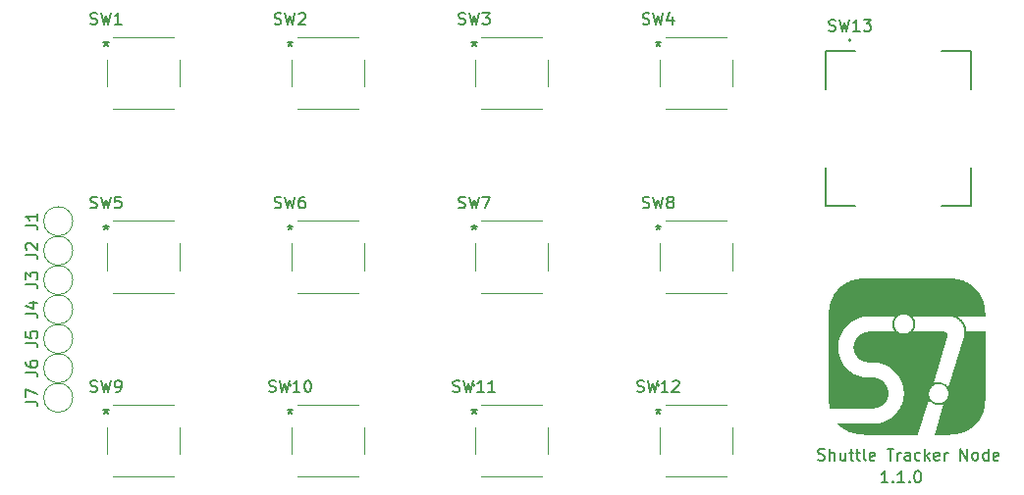
<source format=gbr>
%TF.GenerationSoftware,KiCad,Pcbnew,(6.0.10-0)*%
%TF.CreationDate,2023-03-25T14:15:02-04:00*%
%TF.ProjectId,Shuttle Tracker Node,53687574-746c-4652-9054-7261636b6572,rev?*%
%TF.SameCoordinates,Original*%
%TF.FileFunction,Legend,Top*%
%TF.FilePolarity,Positive*%
%FSLAX46Y46*%
G04 Gerber Fmt 4.6, Leading zero omitted, Abs format (unit mm)*
G04 Created by KiCad (PCBNEW (6.0.10-0)) date 2023-03-25 14:15:02*
%MOMM*%
%LPD*%
G01*
G04 APERTURE LIST*
%ADD10C,0.000000*%
%ADD11C,0.150000*%
%ADD12C,0.120000*%
%ADD13C,0.127000*%
%ADD14C,0.200000*%
G04 APERTURE END LIST*
D10*
G36*
X208507559Y-110709003D02*
G01*
X208497322Y-110574816D01*
X208480466Y-110442558D01*
X208457159Y-110312396D01*
X208427566Y-110184498D01*
X208391857Y-110059031D01*
X208350198Y-109936163D01*
X208302758Y-109816061D01*
X208249703Y-109698894D01*
X208191201Y-109584828D01*
X208127420Y-109474030D01*
X208058527Y-109366670D01*
X207984690Y-109262913D01*
X207906076Y-109162928D01*
X207822853Y-109066882D01*
X207735188Y-108974943D01*
X207643249Y-108887277D01*
X207547204Y-108804054D01*
X207447219Y-108725440D01*
X207343462Y-108651602D01*
X207236102Y-108582709D01*
X207125304Y-108518927D01*
X207011238Y-108460425D01*
X206894070Y-108407370D01*
X206773968Y-108359929D01*
X206651100Y-108318270D01*
X206525633Y-108282561D01*
X206397734Y-108252968D01*
X206267571Y-108229660D01*
X206135312Y-108212804D01*
X206001124Y-108202567D01*
X205865175Y-108199118D01*
X205507167Y-108199118D01*
X205439090Y-108197397D01*
X205371907Y-108192288D01*
X205305701Y-108183875D01*
X205240555Y-108172241D01*
X205176552Y-108157469D01*
X205113774Y-108139642D01*
X205052306Y-108118843D01*
X204992231Y-108095156D01*
X204933631Y-108068663D01*
X204876589Y-108039448D01*
X204821189Y-108007594D01*
X204767514Y-107973183D01*
X204715647Y-107936300D01*
X204665672Y-107897026D01*
X204617670Y-107855446D01*
X204571726Y-107811643D01*
X204527922Y-107765698D01*
X204486342Y-107717697D01*
X204447069Y-107667721D01*
X204410185Y-107615854D01*
X204375775Y-107562179D01*
X204343920Y-107506780D01*
X204314705Y-107449738D01*
X204288212Y-107391138D01*
X204264525Y-107331062D01*
X204243726Y-107269594D01*
X204225899Y-107206817D01*
X204211127Y-107142814D01*
X204199493Y-107077667D01*
X204191080Y-107011461D01*
X204185972Y-106944278D01*
X204184250Y-106876202D01*
X204185972Y-106808125D01*
X204191080Y-106740942D01*
X204199493Y-106674736D01*
X204211127Y-106609590D01*
X204225899Y-106545586D01*
X204243726Y-106482809D01*
X204264525Y-106421341D01*
X204288212Y-106361266D01*
X204314705Y-106302666D01*
X204343920Y-106245624D01*
X204375775Y-106190224D01*
X204410185Y-106136549D01*
X204447069Y-106084682D01*
X204486342Y-106034707D01*
X204527922Y-105986705D01*
X204571726Y-105940761D01*
X204617670Y-105896957D01*
X204665672Y-105855377D01*
X204715647Y-105816104D01*
X204767514Y-105779220D01*
X204821189Y-105744810D01*
X204876589Y-105712955D01*
X204933631Y-105683740D01*
X204992231Y-105657248D01*
X205052306Y-105633560D01*
X205113774Y-105612762D01*
X205176552Y-105594935D01*
X205240555Y-105580163D01*
X205305701Y-105568528D01*
X205371907Y-105560115D01*
X205439090Y-105555007D01*
X205507167Y-105553285D01*
X207772251Y-105553285D01*
X207741560Y-105517457D01*
X207712848Y-105480562D01*
X207686117Y-105442671D01*
X207661365Y-105403855D01*
X207638594Y-105364185D01*
X207617803Y-105323733D01*
X207598992Y-105282570D01*
X207582161Y-105240767D01*
X207567310Y-105198394D01*
X207554439Y-105155523D01*
X207543548Y-105112226D01*
X207534638Y-105068573D01*
X207527708Y-105024636D01*
X207522757Y-104980485D01*
X207519787Y-104936191D01*
X207518797Y-104891827D01*
X207518806Y-104891417D01*
X207683947Y-104891417D01*
X207685024Y-104933964D01*
X207688219Y-104975953D01*
X207693482Y-105017329D01*
X207700759Y-105058043D01*
X207709999Y-105098040D01*
X207721149Y-105137271D01*
X207734158Y-105175683D01*
X207748974Y-105213224D01*
X207765544Y-105249841D01*
X207783816Y-105285485D01*
X207803738Y-105320101D01*
X207825258Y-105353640D01*
X207848325Y-105386047D01*
X207872885Y-105417273D01*
X207898888Y-105447265D01*
X207926280Y-105475970D01*
X207955010Y-105503338D01*
X207985026Y-105529316D01*
X208016276Y-105553853D01*
X208048707Y-105576896D01*
X208082267Y-105598394D01*
X208116905Y-105618294D01*
X208152569Y-105636546D01*
X208189205Y-105653096D01*
X208226763Y-105667894D01*
X208265190Y-105680887D01*
X208304434Y-105692024D01*
X208344443Y-105701251D01*
X208385165Y-105708519D01*
X208426548Y-105713774D01*
X208468539Y-105716966D01*
X208511087Y-105718041D01*
X208553635Y-105716966D01*
X208595623Y-105713774D01*
X208637000Y-105708519D01*
X208677713Y-105701251D01*
X208717711Y-105692024D01*
X208756942Y-105680887D01*
X208795353Y-105667894D01*
X208832894Y-105653096D01*
X208869512Y-105636546D01*
X208905155Y-105618294D01*
X208939772Y-105598394D01*
X208973310Y-105576896D01*
X209005718Y-105553853D01*
X209006643Y-105553127D01*
X209249871Y-105553127D01*
X211979444Y-105553127D01*
X211998961Y-105553700D01*
X212018298Y-105555407D01*
X212037410Y-105558224D01*
X212056252Y-105562132D01*
X212074779Y-105567108D01*
X212092946Y-105573130D01*
X212110710Y-105580178D01*
X212128025Y-105588230D01*
X212144848Y-105597264D01*
X212161132Y-105607259D01*
X212176834Y-105618193D01*
X212191909Y-105630044D01*
X212206312Y-105642792D01*
X212219999Y-105656415D01*
X212232925Y-105670891D01*
X212245046Y-105686198D01*
X212256238Y-105702195D01*
X212266403Y-105718718D01*
X212275532Y-105735722D01*
X212283619Y-105753157D01*
X212290655Y-105770975D01*
X212296633Y-105789128D01*
X212301543Y-105807569D01*
X212305379Y-105826249D01*
X212308132Y-105845120D01*
X212309795Y-105864134D01*
X212310359Y-105883242D01*
X212309817Y-105902397D01*
X212308161Y-105921551D01*
X212305383Y-105940656D01*
X212301474Y-105959662D01*
X212296427Y-105978523D01*
X211094757Y-109995044D01*
X211137884Y-109975964D01*
X211181464Y-109959082D01*
X211225429Y-109944378D01*
X211269710Y-109931831D01*
X211314240Y-109921422D01*
X211358951Y-109913130D01*
X211403774Y-109906935D01*
X211448642Y-109902816D01*
X211493487Y-109900754D01*
X211538241Y-109900727D01*
X211627203Y-109906701D01*
X211714984Y-109920576D01*
X211801042Y-109942188D01*
X211884832Y-109971377D01*
X211965810Y-110007980D01*
X212043433Y-110051835D01*
X212080816Y-110076431D01*
X212117157Y-110102779D01*
X212152387Y-110130859D01*
X212186439Y-110160650D01*
X212219243Y-110192133D01*
X212250734Y-110225286D01*
X212280841Y-110260091D01*
X212309499Y-110296525D01*
X212336637Y-110334570D01*
X212362190Y-110374205D01*
X213691271Y-105932287D01*
X213711707Y-105857160D01*
X213727564Y-105781425D01*
X213738876Y-105705279D01*
X213745678Y-105628915D01*
X213748003Y-105552529D01*
X213745885Y-105476315D01*
X213739358Y-105400469D01*
X213728457Y-105325186D01*
X213713214Y-105250661D01*
X213693665Y-105177088D01*
X213669842Y-105104662D01*
X213641780Y-105033580D01*
X213609513Y-104964034D01*
X213573075Y-104896221D01*
X213532499Y-104830336D01*
X213487820Y-104766573D01*
X213438842Y-104704377D01*
X213386513Y-104645661D01*
X213331023Y-104590499D01*
X213272563Y-104538965D01*
X213211325Y-104491131D01*
X213147499Y-104447071D01*
X213081276Y-104406859D01*
X213012848Y-104370568D01*
X212942405Y-104338271D01*
X212870139Y-104310043D01*
X212796240Y-104285955D01*
X212720899Y-104266083D01*
X212644308Y-104250499D01*
X212566658Y-104239276D01*
X212488138Y-104232489D01*
X212408942Y-104230210D01*
X209249871Y-104230210D01*
X209280562Y-104266038D01*
X209309274Y-104302933D01*
X209336005Y-104340824D01*
X209360757Y-104379640D01*
X209383528Y-104419310D01*
X209404319Y-104459762D01*
X209423130Y-104500925D01*
X209439961Y-104542729D01*
X209454812Y-104585101D01*
X209467683Y-104627972D01*
X209478573Y-104671269D01*
X209487484Y-104714922D01*
X209494414Y-104758860D01*
X209499364Y-104803011D01*
X209502335Y-104847304D01*
X209503325Y-104891668D01*
X209502335Y-104936033D01*
X209499364Y-104980326D01*
X209494414Y-105024477D01*
X209487484Y-105068414D01*
X209478573Y-105112067D01*
X209467683Y-105155365D01*
X209454812Y-105198235D01*
X209439961Y-105240608D01*
X209423130Y-105282411D01*
X209404319Y-105323575D01*
X209383528Y-105364027D01*
X209360757Y-105403696D01*
X209336005Y-105442512D01*
X209309274Y-105480403D01*
X209280562Y-105517298D01*
X209249871Y-105553127D01*
X209006643Y-105553127D01*
X209036944Y-105529316D01*
X209066935Y-105503338D01*
X209095641Y-105475970D01*
X209123009Y-105447265D01*
X209148987Y-105417273D01*
X209173524Y-105386047D01*
X209196567Y-105353640D01*
X209218065Y-105320101D01*
X209237965Y-105285485D01*
X209256217Y-105249841D01*
X209272767Y-105213224D01*
X209287565Y-105175683D01*
X209300558Y-105137271D01*
X209311694Y-105098040D01*
X209320922Y-105058043D01*
X209328190Y-105017329D01*
X209333445Y-104975953D01*
X209336636Y-104933964D01*
X209337712Y-104891417D01*
X209336636Y-104848869D01*
X209333445Y-104806881D01*
X209328190Y-104765504D01*
X209320922Y-104724791D01*
X209311694Y-104684793D01*
X209300558Y-104645562D01*
X209287565Y-104607150D01*
X209272767Y-104569610D01*
X209256217Y-104532992D01*
X209237965Y-104497349D01*
X209218065Y-104462732D01*
X209196567Y-104429194D01*
X209173524Y-104396786D01*
X209148987Y-104365560D01*
X209123009Y-104335568D01*
X209095641Y-104306863D01*
X209066935Y-104279495D01*
X209036944Y-104253517D01*
X209005718Y-104228980D01*
X208973310Y-104205937D01*
X208939772Y-104184439D01*
X208905155Y-104164539D01*
X208869512Y-104146287D01*
X208832894Y-104129737D01*
X208795353Y-104114939D01*
X208756942Y-104101946D01*
X208717711Y-104090810D01*
X208677713Y-104081582D01*
X208637000Y-104074314D01*
X208595623Y-104069059D01*
X208553635Y-104065868D01*
X208511087Y-104064792D01*
X208468539Y-104065868D01*
X208426548Y-104069059D01*
X208385165Y-104074314D01*
X208344443Y-104081582D01*
X208304434Y-104090810D01*
X208265190Y-104101946D01*
X208226763Y-104114939D01*
X208189205Y-104129737D01*
X208152569Y-104146287D01*
X208116905Y-104164539D01*
X208082267Y-104184439D01*
X208048707Y-104205937D01*
X208016276Y-104228980D01*
X207985026Y-104253517D01*
X207955010Y-104279495D01*
X207926280Y-104306863D01*
X207898888Y-104335568D01*
X207872885Y-104365560D01*
X207848325Y-104396786D01*
X207825258Y-104429194D01*
X207803738Y-104462732D01*
X207783816Y-104497349D01*
X207765544Y-104532992D01*
X207748974Y-104569610D01*
X207734158Y-104607150D01*
X207721149Y-104645562D01*
X207709999Y-104684793D01*
X207700759Y-104724791D01*
X207693482Y-104765504D01*
X207688219Y-104806881D01*
X207685024Y-104848869D01*
X207683947Y-104891417D01*
X207518806Y-104891417D01*
X207519787Y-104847463D01*
X207522757Y-104803169D01*
X207527708Y-104759019D01*
X207534638Y-104715081D01*
X207543548Y-104671428D01*
X207554439Y-104628131D01*
X207567310Y-104585260D01*
X207582161Y-104542887D01*
X207598992Y-104501084D01*
X207617803Y-104459921D01*
X207638594Y-104419469D01*
X207661365Y-104379799D01*
X207686117Y-104340983D01*
X207712848Y-104303092D01*
X207741560Y-104266197D01*
X207772251Y-104230368D01*
X205507167Y-104230368D01*
X205371219Y-104233818D01*
X205237032Y-104244054D01*
X205104773Y-104260910D01*
X204974611Y-104284218D01*
X204846713Y-104313811D01*
X204721246Y-104349521D01*
X204598378Y-104391180D01*
X204478277Y-104438620D01*
X204361109Y-104491676D01*
X204247043Y-104550178D01*
X204136246Y-104613959D01*
X204028885Y-104682853D01*
X203925128Y-104756690D01*
X203825143Y-104835304D01*
X203729097Y-104918528D01*
X203637158Y-105006193D01*
X203549493Y-105098132D01*
X203466269Y-105194178D01*
X203387655Y-105294163D01*
X203313818Y-105397920D01*
X203244924Y-105505281D01*
X203181143Y-105616078D01*
X203122641Y-105730144D01*
X203069586Y-105847312D01*
X203022145Y-105967413D01*
X202980486Y-106090281D01*
X202944776Y-106215748D01*
X202915184Y-106343646D01*
X202891876Y-106473808D01*
X202875019Y-106606066D01*
X202864783Y-106740253D01*
X202861334Y-106876202D01*
X202864783Y-107012150D01*
X202875019Y-107146337D01*
X202891876Y-107278595D01*
X202915184Y-107408757D01*
X202944776Y-107536655D01*
X202980486Y-107662122D01*
X203022145Y-107784990D01*
X203069586Y-107905092D01*
X203122641Y-108022259D01*
X203181143Y-108136325D01*
X203244924Y-108247123D01*
X203313818Y-108354483D01*
X203387655Y-108458240D01*
X203466269Y-108558225D01*
X203549493Y-108654271D01*
X203637158Y-108746210D01*
X203729097Y-108833876D01*
X203825143Y-108917099D01*
X203925128Y-108995713D01*
X204028885Y-109069551D01*
X204136246Y-109138444D01*
X204247043Y-109202226D01*
X204361109Y-109260728D01*
X204478277Y-109313783D01*
X204598378Y-109361224D01*
X204721246Y-109402883D01*
X204846713Y-109438593D01*
X204974611Y-109468185D01*
X205104773Y-109491493D01*
X205237032Y-109508349D01*
X205371219Y-109518586D01*
X205507167Y-109522035D01*
X205865175Y-109522035D01*
X205933252Y-109523757D01*
X206000436Y-109528865D01*
X206066643Y-109537278D01*
X206131790Y-109548912D01*
X206195794Y-109563685D01*
X206258572Y-109581512D01*
X206320040Y-109602310D01*
X206380116Y-109625997D01*
X206438717Y-109652490D01*
X206495758Y-109681705D01*
X206551158Y-109713560D01*
X206604833Y-109747970D01*
X206656700Y-109784854D01*
X206706675Y-109824127D01*
X206754676Y-109865707D01*
X206800620Y-109909511D01*
X206844424Y-109955455D01*
X206886003Y-110003457D01*
X206925276Y-110053432D01*
X206962160Y-110105299D01*
X206996570Y-110158974D01*
X207028424Y-110214374D01*
X207057638Y-110271415D01*
X207084131Y-110330015D01*
X207107818Y-110390091D01*
X207128616Y-110451559D01*
X207146443Y-110514336D01*
X207161214Y-110578340D01*
X207172848Y-110643486D01*
X207181261Y-110709692D01*
X207186370Y-110776875D01*
X207188091Y-110844952D01*
X207186370Y-110913028D01*
X207181261Y-110980211D01*
X207172849Y-111046417D01*
X207161215Y-111111564D01*
X207146443Y-111175567D01*
X207128617Y-111238344D01*
X207107819Y-111299812D01*
X207084133Y-111359888D01*
X207057641Y-111418488D01*
X207028426Y-111475529D01*
X206996573Y-111530929D01*
X206962163Y-111584604D01*
X206925280Y-111636471D01*
X206886008Y-111686447D01*
X206844428Y-111734448D01*
X206800625Y-111780392D01*
X206754682Y-111824196D01*
X206706681Y-111865776D01*
X206656705Y-111905049D01*
X206604839Y-111941933D01*
X206551164Y-111976343D01*
X206495764Y-112008198D01*
X206438722Y-112037413D01*
X206380122Y-112063906D01*
X206320046Y-112087593D01*
X206258577Y-112108392D01*
X206195799Y-112126219D01*
X206131794Y-112140991D01*
X206066646Y-112152625D01*
X206000439Y-112161038D01*
X205933254Y-112166147D01*
X205865175Y-112167868D01*
X202137864Y-112167868D01*
X202122301Y-112097760D01*
X202114907Y-112062475D01*
X202111414Y-112044730D01*
X202108098Y-112026898D01*
X202089969Y-111917063D01*
X202074826Y-111806803D01*
X202062371Y-111696208D01*
X202052305Y-111585368D01*
X202044330Y-111474375D01*
X202038147Y-111363318D01*
X202033457Y-111252289D01*
X202029963Y-111141377D01*
X202027563Y-111039610D01*
X202025796Y-110937782D01*
X202023762Y-110734158D01*
X202022985Y-110492730D01*
X202022935Y-110251292D01*
X202014667Y-108402940D01*
X202014667Y-105180660D01*
X202015973Y-105053951D01*
X202018921Y-104919937D01*
X202022054Y-104785921D01*
X202023915Y-104659205D01*
X202025937Y-104456002D01*
X202027692Y-104354405D01*
X202030080Y-104252818D01*
X202033579Y-104142092D01*
X202038270Y-104031235D01*
X202044452Y-103920342D01*
X202052424Y-103809507D01*
X202062483Y-103698826D01*
X202074928Y-103588392D01*
X202090058Y-103478301D01*
X202108170Y-103368647D01*
X202129778Y-103258499D01*
X202154713Y-103150116D01*
X202183180Y-103043332D01*
X202215381Y-102937983D01*
X202251520Y-102833903D01*
X202291800Y-102730928D01*
X202336424Y-102628892D01*
X202385597Y-102527629D01*
X202411378Y-102478328D01*
X202438117Y-102429563D01*
X202465804Y-102381350D01*
X202494427Y-102333703D01*
X202523976Y-102286636D01*
X202554441Y-102240165D01*
X202585810Y-102194305D01*
X202618073Y-102149069D01*
X202651219Y-102104474D01*
X202685237Y-102060533D01*
X202720116Y-102017262D01*
X202755846Y-101974674D01*
X202792416Y-101932786D01*
X202829815Y-101891611D01*
X202868033Y-101851165D01*
X202907058Y-101811462D01*
X202946868Y-101772523D01*
X202987426Y-101734387D01*
X203028717Y-101697065D01*
X203070726Y-101660568D01*
X203113437Y-101624907D01*
X203156836Y-101590093D01*
X203200907Y-101556138D01*
X203245635Y-101523053D01*
X203291004Y-101490848D01*
X203337001Y-101459536D01*
X203383609Y-101429128D01*
X203430813Y-101399634D01*
X203478599Y-101371066D01*
X203526951Y-101343435D01*
X203575853Y-101316752D01*
X203625292Y-101291029D01*
X203675928Y-101265938D01*
X203726737Y-101241999D01*
X203777740Y-101219186D01*
X203828956Y-101197475D01*
X203932116Y-101157265D01*
X204036383Y-101121173D01*
X204141923Y-101089007D01*
X204248902Y-101060571D01*
X204357487Y-101035672D01*
X204467844Y-101014115D01*
X204577813Y-100996042D01*
X204688224Y-100980977D01*
X204798981Y-100968611D01*
X204909987Y-100958638D01*
X205021147Y-100950752D01*
X205132363Y-100944644D01*
X205354582Y-100936538D01*
X205456422Y-100934146D01*
X205558269Y-100932395D01*
X205761987Y-100930373D01*
X206003963Y-100929490D01*
X206245949Y-100929346D01*
X208081073Y-100922667D01*
X209478482Y-100922667D01*
X211347010Y-100929346D01*
X211588218Y-100929490D01*
X211829425Y-100930373D01*
X212032884Y-100932396D01*
X212134632Y-100934146D01*
X212236314Y-100936538D01*
X212458013Y-100944653D01*
X212568973Y-100950769D01*
X212679878Y-100958663D01*
X212790631Y-100968640D01*
X212901133Y-100981004D01*
X213011289Y-100996061D01*
X213121002Y-101014115D01*
X213231215Y-101035673D01*
X213339666Y-101060564D01*
X213446517Y-101088988D01*
X213551933Y-101121143D01*
X213656079Y-101157226D01*
X213759119Y-101197436D01*
X213861216Y-101241971D01*
X213962535Y-101291029D01*
X214011862Y-101316750D01*
X214060642Y-101343431D01*
X214108864Y-101371062D01*
X214156513Y-101399631D01*
X214203575Y-101429127D01*
X214250039Y-101459537D01*
X214295888Y-101490852D01*
X214341111Y-101523058D01*
X214385694Y-101556146D01*
X214429623Y-101590103D01*
X214472885Y-101624918D01*
X214515465Y-101660579D01*
X214557352Y-101697076D01*
X214598530Y-101734396D01*
X214638987Y-101772529D01*
X214678709Y-101811462D01*
X214717666Y-101851167D01*
X214755814Y-101891614D01*
X214793142Y-101932788D01*
X214829642Y-101974674D01*
X214865301Y-102017259D01*
X214900109Y-102060527D01*
X214934057Y-102104464D01*
X214967133Y-102149056D01*
X214999328Y-102194288D01*
X215030630Y-102240146D01*
X215061031Y-102286616D01*
X215090518Y-102333683D01*
X215119082Y-102381332D01*
X215146712Y-102429549D01*
X215173399Y-102478319D01*
X215199131Y-102527629D01*
X215224245Y-102578148D01*
X215248215Y-102628838D01*
X215271062Y-102679720D01*
X215292811Y-102730814D01*
X215333104Y-102833724D01*
X215369280Y-102937735D01*
X215401525Y-103043015D01*
X215430025Y-103149729D01*
X215454966Y-103258046D01*
X215476534Y-103368131D01*
X215494188Y-103475033D01*
X215508948Y-103582359D01*
X215521106Y-103690020D01*
X215530956Y-103797925D01*
X215538790Y-103905987D01*
X215544902Y-104014114D01*
X215553131Y-104230210D01*
X213106622Y-104230210D01*
X213152492Y-104254892D01*
X213197262Y-104281031D01*
X213240907Y-104308589D01*
X213283405Y-104337527D01*
X213324731Y-104367807D01*
X213364863Y-104399390D01*
X213403778Y-104432240D01*
X213441452Y-104466316D01*
X213477861Y-104501583D01*
X213512983Y-104538000D01*
X213546794Y-104575530D01*
X213579271Y-104614135D01*
X213610390Y-104653777D01*
X213640128Y-104694417D01*
X213668462Y-104736017D01*
X213695369Y-104778539D01*
X213720825Y-104821945D01*
X213744806Y-104866196D01*
X213767291Y-104911256D01*
X213788254Y-104957084D01*
X213807673Y-105003643D01*
X213825525Y-105050895D01*
X213841786Y-105098802D01*
X213856433Y-105147326D01*
X213869442Y-105196428D01*
X213880791Y-105246070D01*
X213890456Y-105296214D01*
X213898413Y-105346822D01*
X213904639Y-105397855D01*
X213909112Y-105449276D01*
X213911807Y-105501046D01*
X213912702Y-105553127D01*
X215561333Y-105553127D01*
X215561333Y-110251412D01*
X215561151Y-110492877D01*
X215560274Y-110734342D01*
X215558273Y-110937797D01*
X215556535Y-111039515D01*
X215554189Y-111141232D01*
X215546036Y-111363169D01*
X215539920Y-111474268D01*
X215532030Y-111585317D01*
X215522057Y-111696213D01*
X215509690Y-111806853D01*
X215494619Y-111917134D01*
X215476534Y-112026952D01*
X215454966Y-112137255D01*
X215430025Y-112245779D01*
X215401525Y-112352693D01*
X215369280Y-112458164D01*
X215333104Y-112562361D01*
X215292811Y-112665452D01*
X215248215Y-112767604D01*
X215199131Y-112868987D01*
X215173398Y-112918363D01*
X215146711Y-112967200D01*
X215119079Y-113015486D01*
X215090512Y-113063204D01*
X215061023Y-113110340D01*
X215030620Y-113156880D01*
X214999315Y-113202808D01*
X214967118Y-113248109D01*
X214934040Y-113292769D01*
X214900092Y-113336773D01*
X214865283Y-113380107D01*
X214829625Y-113422754D01*
X214793128Y-113464702D01*
X214755802Y-113505934D01*
X214717659Y-113546436D01*
X214678709Y-113586193D01*
X214638985Y-113625185D01*
X214598528Y-113663369D01*
X214557350Y-113700735D01*
X214515465Y-113737271D01*
X214472887Y-113772968D01*
X214429627Y-113807813D01*
X214385701Y-113841798D01*
X214341121Y-113874910D01*
X214295900Y-113907140D01*
X214250052Y-113938476D01*
X214203590Y-113968908D01*
X214156528Y-113998425D01*
X214108877Y-114027016D01*
X214060653Y-114054672D01*
X214011868Y-114081380D01*
X213962535Y-114107131D01*
X213911991Y-114132266D01*
X213861273Y-114156247D01*
X213810361Y-114179100D01*
X213759235Y-114200848D01*
X213656258Y-114241127D01*
X213552177Y-114277280D01*
X213446827Y-114309502D01*
X213340043Y-114337988D01*
X213231662Y-114362934D01*
X213121517Y-114384534D01*
X213011750Y-114402619D01*
X212901530Y-114417690D01*
X212790957Y-114430057D01*
X212680131Y-114440030D01*
X212569154Y-114447920D01*
X212458125Y-114454036D01*
X212236314Y-114462189D01*
X212134632Y-114464535D01*
X212032884Y-114466273D01*
X211829425Y-114468274D01*
X211588218Y-114469201D01*
X211347010Y-114469333D01*
X211136878Y-114469333D01*
X211938340Y-111790626D01*
X211895213Y-111809704D01*
X211851633Y-111826584D01*
X211807668Y-111841286D01*
X211763386Y-111853831D01*
X211718856Y-111864239D01*
X211674145Y-111872531D01*
X211629322Y-111878725D01*
X211584453Y-111882844D01*
X211539608Y-111884906D01*
X211494854Y-111884933D01*
X211405891Y-111878960D01*
X211318109Y-111865087D01*
X211232050Y-111843476D01*
X211148260Y-111814289D01*
X211067281Y-111777688D01*
X210989658Y-111733835D01*
X210952275Y-111709240D01*
X210915934Y-111682892D01*
X210880705Y-111654813D01*
X210846653Y-111625022D01*
X210813849Y-111593539D01*
X210782359Y-111560385D01*
X210752252Y-111525581D01*
X210723596Y-111489146D01*
X210696458Y-111451100D01*
X210670907Y-111411464D01*
X209768757Y-114427264D01*
X209757460Y-114469333D01*
X206245936Y-114469333D01*
X206003882Y-114469284D01*
X205761828Y-114468539D01*
X205558205Y-114466522D01*
X205456426Y-114464744D01*
X205354621Y-114462322D01*
X205132495Y-114454204D01*
X205021325Y-114448069D01*
X204910214Y-114440146D01*
X204799256Y-114430134D01*
X204688548Y-114417729D01*
X204578187Y-114402630D01*
X204468267Y-114384534D01*
X204357829Y-114362977D01*
X204249145Y-114338063D01*
X204142055Y-114309597D01*
X204036398Y-114277386D01*
X203932015Y-114241233D01*
X203828745Y-114200945D01*
X203726430Y-114156327D01*
X203624908Y-114107184D01*
X203575484Y-114081429D01*
X203526605Y-114054717D01*
X203478284Y-114027060D01*
X203430535Y-113998467D01*
X203383373Y-113968950D01*
X203336810Y-113938519D01*
X203290861Y-113907185D01*
X203245539Y-113874958D01*
X203200859Y-113841849D01*
X203156834Y-113807869D01*
X203113478Y-113773028D01*
X203070806Y-113737337D01*
X203028830Y-113700807D01*
X202987565Y-113663448D01*
X202947025Y-113625271D01*
X202907223Y-113586286D01*
X202895793Y-113574678D01*
X202884543Y-113562914D01*
X202873435Y-113551025D01*
X202862434Y-113539041D01*
X202818752Y-113490785D01*
X205865175Y-113490785D01*
X206001123Y-113487335D01*
X206135310Y-113477099D01*
X206267568Y-113460243D01*
X206397730Y-113436935D01*
X206525628Y-113407342D01*
X206651095Y-113371632D01*
X206773963Y-113329974D01*
X206894065Y-113282533D01*
X207011232Y-113229477D01*
X207125299Y-113170975D01*
X207236096Y-113107194D01*
X207343456Y-113038301D01*
X207447213Y-112964463D01*
X207547198Y-112885849D01*
X207643244Y-112802625D01*
X207735183Y-112714960D01*
X207822849Y-112623021D01*
X207906072Y-112526975D01*
X207984686Y-112426990D01*
X208058524Y-112323233D01*
X208127417Y-112215872D01*
X208191199Y-112105075D01*
X208249701Y-111991009D01*
X208302756Y-111873842D01*
X208350197Y-111753740D01*
X208391856Y-111630872D01*
X208427565Y-111505405D01*
X208457158Y-111377507D01*
X208480466Y-111247345D01*
X208497322Y-111115087D01*
X208507559Y-110980900D01*
X208509786Y-110893092D01*
X210689918Y-110893092D01*
X210690993Y-110935640D01*
X210694185Y-110977628D01*
X210699440Y-111019005D01*
X210706707Y-111059718D01*
X210715935Y-111099716D01*
X210727072Y-111138947D01*
X210740065Y-111177359D01*
X210754862Y-111214899D01*
X210771413Y-111251517D01*
X210789664Y-111287161D01*
X210809565Y-111321777D01*
X210831063Y-111355316D01*
X210854106Y-111387723D01*
X210878642Y-111418949D01*
X210904621Y-111448941D01*
X210931988Y-111477647D01*
X210960694Y-111505015D01*
X210990686Y-111530993D01*
X211021911Y-111555529D01*
X211054319Y-111578572D01*
X211087858Y-111600070D01*
X211122474Y-111619971D01*
X211158117Y-111638222D01*
X211194735Y-111654773D01*
X211232276Y-111669571D01*
X211270688Y-111682564D01*
X211309918Y-111693700D01*
X211349916Y-111702928D01*
X211390630Y-111710196D01*
X211432006Y-111715451D01*
X211473994Y-111718642D01*
X211516542Y-111719717D01*
X211559089Y-111718642D01*
X211601076Y-111715451D01*
X211642452Y-111710196D01*
X211683165Y-111702928D01*
X211723162Y-111693700D01*
X211762393Y-111682564D01*
X211800805Y-111669571D01*
X211838345Y-111654773D01*
X211874964Y-111638222D01*
X211910607Y-111619971D01*
X211945224Y-111600070D01*
X211978763Y-111578572D01*
X212011172Y-111555529D01*
X212042398Y-111530993D01*
X212072391Y-111505015D01*
X212101097Y-111477647D01*
X212128466Y-111448941D01*
X212154445Y-111418949D01*
X212178983Y-111387723D01*
X212202027Y-111355316D01*
X212223526Y-111321777D01*
X212243427Y-111287161D01*
X212261680Y-111251517D01*
X212278231Y-111214899D01*
X212293030Y-111177359D01*
X212306023Y-111138947D01*
X212317160Y-111099716D01*
X212326389Y-111059718D01*
X212333657Y-111019005D01*
X212338913Y-110977628D01*
X212342104Y-110935640D01*
X212343180Y-110893092D01*
X212342104Y-110850543D01*
X212338913Y-110808551D01*
X212333657Y-110767167D01*
X212326389Y-110726444D01*
X212317160Y-110686435D01*
X212306023Y-110647190D01*
X212293030Y-110608763D01*
X212278231Y-110571205D01*
X212261680Y-110534568D01*
X212243427Y-110498905D01*
X212223526Y-110464267D01*
X212202027Y-110430706D01*
X212178983Y-110398275D01*
X212154445Y-110367026D01*
X212128466Y-110337011D01*
X212101097Y-110308281D01*
X212072391Y-110280889D01*
X212042398Y-110254887D01*
X212011172Y-110230326D01*
X211978763Y-110207260D01*
X211945224Y-110185740D01*
X211910607Y-110165818D01*
X211874964Y-110147547D01*
X211838345Y-110130977D01*
X211800805Y-110116162D01*
X211762393Y-110103154D01*
X211723162Y-110092004D01*
X211683165Y-110082764D01*
X211642452Y-110075487D01*
X211601076Y-110070225D01*
X211559089Y-110067029D01*
X211516542Y-110065952D01*
X211473994Y-110067029D01*
X211432006Y-110070225D01*
X211390630Y-110075487D01*
X211349916Y-110082764D01*
X211309918Y-110092004D01*
X211270688Y-110103154D01*
X211232276Y-110116162D01*
X211194735Y-110130977D01*
X211158117Y-110147547D01*
X211122474Y-110165818D01*
X211087858Y-110185740D01*
X211054319Y-110207260D01*
X211021911Y-110230326D01*
X210990686Y-110254887D01*
X210960694Y-110280889D01*
X210931988Y-110308281D01*
X210904621Y-110337011D01*
X210878642Y-110367026D01*
X210854106Y-110398275D01*
X210831063Y-110430706D01*
X210809565Y-110464267D01*
X210789664Y-110498905D01*
X210771413Y-110534568D01*
X210754862Y-110571205D01*
X210740065Y-110608763D01*
X210727072Y-110647190D01*
X210715935Y-110686435D01*
X210706707Y-110726444D01*
X210699440Y-110767167D01*
X210694185Y-110808551D01*
X210690993Y-110850543D01*
X210689918Y-110893092D01*
X208509786Y-110893092D01*
X208511008Y-110844952D01*
X208507559Y-110709003D01*
G37*
G36*
X215561333Y-105141620D02*
G01*
X215561151Y-104900413D01*
X215560274Y-104659205D01*
X215558273Y-104455982D01*
X215556535Y-104354390D01*
X215554189Y-104252818D01*
X215553931Y-104247174D01*
X215553611Y-104241519D01*
X215553315Y-104235861D01*
X215553204Y-104233034D01*
X215553131Y-104230210D01*
X215561333Y-104230210D01*
X215561333Y-105141620D01*
G37*
D11*
X207137142Y-118562380D02*
X206565714Y-118562380D01*
X206851428Y-118562380D02*
X206851428Y-117562380D01*
X206756190Y-117705238D01*
X206660952Y-117800476D01*
X206565714Y-117848095D01*
X207565714Y-118467142D02*
X207613333Y-118514761D01*
X207565714Y-118562380D01*
X207518095Y-118514761D01*
X207565714Y-118467142D01*
X207565714Y-118562380D01*
X208565714Y-118562380D02*
X207994285Y-118562380D01*
X208280000Y-118562380D02*
X208280000Y-117562380D01*
X208184761Y-117705238D01*
X208089523Y-117800476D01*
X207994285Y-117848095D01*
X208994285Y-118467142D02*
X209041904Y-118514761D01*
X208994285Y-118562380D01*
X208946666Y-118514761D01*
X208994285Y-118467142D01*
X208994285Y-118562380D01*
X209660952Y-117562380D02*
X209756190Y-117562380D01*
X209851428Y-117610000D01*
X209899047Y-117657619D01*
X209946666Y-117752857D01*
X209994285Y-117943333D01*
X209994285Y-118181428D01*
X209946666Y-118371904D01*
X209899047Y-118467142D01*
X209851428Y-118514761D01*
X209756190Y-118562380D01*
X209660952Y-118562380D01*
X209565714Y-118514761D01*
X209518095Y-118467142D01*
X209470476Y-118371904D01*
X209422857Y-118181428D01*
X209422857Y-117943333D01*
X209470476Y-117752857D01*
X209518095Y-117657619D01*
X209565714Y-117610000D01*
X209660952Y-117562380D01*
X201129285Y-116609761D02*
X201272142Y-116657380D01*
X201510238Y-116657380D01*
X201605476Y-116609761D01*
X201653095Y-116562142D01*
X201700714Y-116466904D01*
X201700714Y-116371666D01*
X201653095Y-116276428D01*
X201605476Y-116228809D01*
X201510238Y-116181190D01*
X201319761Y-116133571D01*
X201224523Y-116085952D01*
X201176904Y-116038333D01*
X201129285Y-115943095D01*
X201129285Y-115847857D01*
X201176904Y-115752619D01*
X201224523Y-115705000D01*
X201319761Y-115657380D01*
X201557857Y-115657380D01*
X201700714Y-115705000D01*
X202129285Y-116657380D02*
X202129285Y-115657380D01*
X202557857Y-116657380D02*
X202557857Y-116133571D01*
X202510238Y-116038333D01*
X202415000Y-115990714D01*
X202272142Y-115990714D01*
X202176904Y-116038333D01*
X202129285Y-116085952D01*
X203462619Y-115990714D02*
X203462619Y-116657380D01*
X203034047Y-115990714D02*
X203034047Y-116514523D01*
X203081666Y-116609761D01*
X203176904Y-116657380D01*
X203319761Y-116657380D01*
X203415000Y-116609761D01*
X203462619Y-116562142D01*
X203795952Y-115990714D02*
X204176904Y-115990714D01*
X203938809Y-115657380D02*
X203938809Y-116514523D01*
X203986428Y-116609761D01*
X204081666Y-116657380D01*
X204176904Y-116657380D01*
X204367380Y-115990714D02*
X204748333Y-115990714D01*
X204510238Y-115657380D02*
X204510238Y-116514523D01*
X204557857Y-116609761D01*
X204653095Y-116657380D01*
X204748333Y-116657380D01*
X205224523Y-116657380D02*
X205129285Y-116609761D01*
X205081666Y-116514523D01*
X205081666Y-115657380D01*
X205986428Y-116609761D02*
X205891190Y-116657380D01*
X205700714Y-116657380D01*
X205605476Y-116609761D01*
X205557857Y-116514523D01*
X205557857Y-116133571D01*
X205605476Y-116038333D01*
X205700714Y-115990714D01*
X205891190Y-115990714D01*
X205986428Y-116038333D01*
X206034047Y-116133571D01*
X206034047Y-116228809D01*
X205557857Y-116324047D01*
X207081666Y-115657380D02*
X207653095Y-115657380D01*
X207367380Y-116657380D02*
X207367380Y-115657380D01*
X207986428Y-116657380D02*
X207986428Y-115990714D01*
X207986428Y-116181190D02*
X208034047Y-116085952D01*
X208081666Y-116038333D01*
X208176904Y-115990714D01*
X208272142Y-115990714D01*
X209034047Y-116657380D02*
X209034047Y-116133571D01*
X208986428Y-116038333D01*
X208891190Y-115990714D01*
X208700714Y-115990714D01*
X208605476Y-116038333D01*
X209034047Y-116609761D02*
X208938809Y-116657380D01*
X208700714Y-116657380D01*
X208605476Y-116609761D01*
X208557857Y-116514523D01*
X208557857Y-116419285D01*
X208605476Y-116324047D01*
X208700714Y-116276428D01*
X208938809Y-116276428D01*
X209034047Y-116228809D01*
X209938809Y-116609761D02*
X209843571Y-116657380D01*
X209653095Y-116657380D01*
X209557857Y-116609761D01*
X209510238Y-116562142D01*
X209462619Y-116466904D01*
X209462619Y-116181190D01*
X209510238Y-116085952D01*
X209557857Y-116038333D01*
X209653095Y-115990714D01*
X209843571Y-115990714D01*
X209938809Y-116038333D01*
X210367380Y-116657380D02*
X210367380Y-115657380D01*
X210462619Y-116276428D02*
X210748333Y-116657380D01*
X210748333Y-115990714D02*
X210367380Y-116371666D01*
X211557857Y-116609761D02*
X211462619Y-116657380D01*
X211272142Y-116657380D01*
X211176904Y-116609761D01*
X211129285Y-116514523D01*
X211129285Y-116133571D01*
X211176904Y-116038333D01*
X211272142Y-115990714D01*
X211462619Y-115990714D01*
X211557857Y-116038333D01*
X211605476Y-116133571D01*
X211605476Y-116228809D01*
X211129285Y-116324047D01*
X212034047Y-116657380D02*
X212034047Y-115990714D01*
X212034047Y-116181190D02*
X212081666Y-116085952D01*
X212129285Y-116038333D01*
X212224523Y-115990714D01*
X212319761Y-115990714D01*
X213415000Y-116657380D02*
X213415000Y-115657380D01*
X213986428Y-116657380D01*
X213986428Y-115657380D01*
X214605476Y-116657380D02*
X214510238Y-116609761D01*
X214462619Y-116562142D01*
X214415000Y-116466904D01*
X214415000Y-116181190D01*
X214462619Y-116085952D01*
X214510238Y-116038333D01*
X214605476Y-115990714D01*
X214748333Y-115990714D01*
X214843571Y-116038333D01*
X214891190Y-116085952D01*
X214938809Y-116181190D01*
X214938809Y-116466904D01*
X214891190Y-116562142D01*
X214843571Y-116609761D01*
X214748333Y-116657380D01*
X214605476Y-116657380D01*
X215795952Y-116657380D02*
X215795952Y-115657380D01*
X215795952Y-116609761D02*
X215700714Y-116657380D01*
X215510238Y-116657380D01*
X215415000Y-116609761D01*
X215367380Y-116562142D01*
X215319761Y-116466904D01*
X215319761Y-116181190D01*
X215367380Y-116085952D01*
X215415000Y-116038333D01*
X215510238Y-115990714D01*
X215700714Y-115990714D01*
X215795952Y-116038333D01*
X216653095Y-116609761D02*
X216557857Y-116657380D01*
X216367380Y-116657380D01*
X216272142Y-116609761D01*
X216224523Y-116514523D01*
X216224523Y-116133571D01*
X216272142Y-116038333D01*
X216367380Y-115990714D01*
X216557857Y-115990714D01*
X216653095Y-116038333D01*
X216700714Y-116133571D01*
X216700714Y-116228809D01*
X216224523Y-116324047D01*
%TO.C,J4*%
X132797074Y-103965333D02*
X133511360Y-103965333D01*
X133654217Y-104012952D01*
X133749455Y-104108190D01*
X133797074Y-104251047D01*
X133797074Y-104346285D01*
X133130408Y-103060571D02*
X133797074Y-103060571D01*
X132749455Y-103298666D02*
X133463741Y-103536761D01*
X133463741Y-102917714D01*
%TO.C,SW4*%
X185991666Y-78954261D02*
X186134523Y-79001880D01*
X186372619Y-79001880D01*
X186467857Y-78954261D01*
X186515476Y-78906642D01*
X186563095Y-78811404D01*
X186563095Y-78716166D01*
X186515476Y-78620928D01*
X186467857Y-78573309D01*
X186372619Y-78525690D01*
X186182142Y-78478071D01*
X186086904Y-78430452D01*
X186039285Y-78382833D01*
X185991666Y-78287595D01*
X185991666Y-78192357D01*
X186039285Y-78097119D01*
X186086904Y-78049500D01*
X186182142Y-78001880D01*
X186420238Y-78001880D01*
X186563095Y-78049500D01*
X186896428Y-78001880D02*
X187134523Y-79001880D01*
X187325000Y-78287595D01*
X187515476Y-79001880D01*
X187753571Y-78001880D01*
X188563095Y-78335214D02*
X188563095Y-79001880D01*
X188325000Y-77954261D02*
X188086904Y-78668547D01*
X188705952Y-78668547D01*
X187325000Y-80414880D02*
X187325000Y-80652976D01*
X187086904Y-80557738D02*
X187325000Y-80652976D01*
X187563095Y-80557738D01*
X187182142Y-80843452D02*
X187325000Y-80652976D01*
X187467857Y-80843452D01*
%TO.C,SW9*%
X138366666Y-110704261D02*
X138509523Y-110751880D01*
X138747619Y-110751880D01*
X138842857Y-110704261D01*
X138890476Y-110656642D01*
X138938095Y-110561404D01*
X138938095Y-110466166D01*
X138890476Y-110370928D01*
X138842857Y-110323309D01*
X138747619Y-110275690D01*
X138557142Y-110228071D01*
X138461904Y-110180452D01*
X138414285Y-110132833D01*
X138366666Y-110037595D01*
X138366666Y-109942357D01*
X138414285Y-109847119D01*
X138461904Y-109799500D01*
X138557142Y-109751880D01*
X138795238Y-109751880D01*
X138938095Y-109799500D01*
X139271428Y-109751880D02*
X139509523Y-110751880D01*
X139700000Y-110037595D01*
X139890476Y-110751880D01*
X140128571Y-109751880D01*
X140557142Y-110751880D02*
X140747619Y-110751880D01*
X140842857Y-110704261D01*
X140890476Y-110656642D01*
X140985714Y-110513785D01*
X141033333Y-110323309D01*
X141033333Y-109942357D01*
X140985714Y-109847119D01*
X140938095Y-109799500D01*
X140842857Y-109751880D01*
X140652380Y-109751880D01*
X140557142Y-109799500D01*
X140509523Y-109847119D01*
X140461904Y-109942357D01*
X140461904Y-110180452D01*
X140509523Y-110275690D01*
X140557142Y-110323309D01*
X140652380Y-110370928D01*
X140842857Y-110370928D01*
X140938095Y-110323309D01*
X140985714Y-110275690D01*
X141033333Y-110180452D01*
X139700000Y-112164880D02*
X139700000Y-112402976D01*
X139461904Y-112307738D02*
X139700000Y-112402976D01*
X139938095Y-112307738D01*
X139557142Y-112593452D02*
X139700000Y-112402976D01*
X139842857Y-112593452D01*
%TO.C,J2*%
X132797074Y-98885333D02*
X133511360Y-98885333D01*
X133654217Y-98932952D01*
X133749455Y-99028190D01*
X133797074Y-99171047D01*
X133797074Y-99266285D01*
X132892313Y-98456761D02*
X132844694Y-98409142D01*
X132797074Y-98313904D01*
X132797074Y-98075809D01*
X132844694Y-97980571D01*
X132892313Y-97932952D01*
X132987551Y-97885333D01*
X133082789Y-97885333D01*
X133225646Y-97932952D01*
X133797074Y-98504380D01*
X133797074Y-97885333D01*
%TO.C,J3*%
X132797074Y-101425333D02*
X133511360Y-101425333D01*
X133654217Y-101472952D01*
X133749455Y-101568190D01*
X133797074Y-101711047D01*
X133797074Y-101806285D01*
X132797074Y-101044380D02*
X132797074Y-100425333D01*
X133178027Y-100758666D01*
X133178027Y-100615809D01*
X133225646Y-100520571D01*
X133273265Y-100472952D01*
X133368503Y-100425333D01*
X133606598Y-100425333D01*
X133701836Y-100472952D01*
X133749455Y-100520571D01*
X133797074Y-100615809D01*
X133797074Y-100901523D01*
X133749455Y-100996761D01*
X133701836Y-101044380D01*
%TO.C,SW2*%
X154241666Y-78954261D02*
X154384523Y-79001880D01*
X154622619Y-79001880D01*
X154717857Y-78954261D01*
X154765476Y-78906642D01*
X154813095Y-78811404D01*
X154813095Y-78716166D01*
X154765476Y-78620928D01*
X154717857Y-78573309D01*
X154622619Y-78525690D01*
X154432142Y-78478071D01*
X154336904Y-78430452D01*
X154289285Y-78382833D01*
X154241666Y-78287595D01*
X154241666Y-78192357D01*
X154289285Y-78097119D01*
X154336904Y-78049500D01*
X154432142Y-78001880D01*
X154670238Y-78001880D01*
X154813095Y-78049500D01*
X155146428Y-78001880D02*
X155384523Y-79001880D01*
X155575000Y-78287595D01*
X155765476Y-79001880D01*
X156003571Y-78001880D01*
X156336904Y-78097119D02*
X156384523Y-78049500D01*
X156479761Y-78001880D01*
X156717857Y-78001880D01*
X156813095Y-78049500D01*
X156860714Y-78097119D01*
X156908333Y-78192357D01*
X156908333Y-78287595D01*
X156860714Y-78430452D01*
X156289285Y-79001880D01*
X156908333Y-79001880D01*
X155575000Y-80414880D02*
X155575000Y-80652976D01*
X155336904Y-80557738D02*
X155575000Y-80652976D01*
X155813095Y-80557738D01*
X155432142Y-80843452D02*
X155575000Y-80652976D01*
X155717857Y-80843452D01*
%TO.C,J5*%
X132797074Y-106505333D02*
X133511360Y-106505333D01*
X133654217Y-106552952D01*
X133749455Y-106648190D01*
X133797074Y-106791047D01*
X133797074Y-106886285D01*
X132797074Y-105552952D02*
X132797074Y-106029142D01*
X133273265Y-106076761D01*
X133225646Y-106029142D01*
X133178027Y-105933904D01*
X133178027Y-105695809D01*
X133225646Y-105600571D01*
X133273265Y-105552952D01*
X133368503Y-105505333D01*
X133606598Y-105505333D01*
X133701836Y-105552952D01*
X133749455Y-105600571D01*
X133797074Y-105695809D01*
X133797074Y-105933904D01*
X133749455Y-106029142D01*
X133701836Y-106076761D01*
%TO.C,SW10*%
X153765476Y-110704261D02*
X153908333Y-110751880D01*
X154146428Y-110751880D01*
X154241666Y-110704261D01*
X154289285Y-110656642D01*
X154336904Y-110561404D01*
X154336904Y-110466166D01*
X154289285Y-110370928D01*
X154241666Y-110323309D01*
X154146428Y-110275690D01*
X153955952Y-110228071D01*
X153860714Y-110180452D01*
X153813095Y-110132833D01*
X153765476Y-110037595D01*
X153765476Y-109942357D01*
X153813095Y-109847119D01*
X153860714Y-109799500D01*
X153955952Y-109751880D01*
X154194047Y-109751880D01*
X154336904Y-109799500D01*
X154670238Y-109751880D02*
X154908333Y-110751880D01*
X155098809Y-110037595D01*
X155289285Y-110751880D01*
X155527380Y-109751880D01*
X156432142Y-110751880D02*
X155860714Y-110751880D01*
X156146428Y-110751880D02*
X156146428Y-109751880D01*
X156051190Y-109894738D01*
X155955952Y-109989976D01*
X155860714Y-110037595D01*
X157051190Y-109751880D02*
X157146428Y-109751880D01*
X157241666Y-109799500D01*
X157289285Y-109847119D01*
X157336904Y-109942357D01*
X157384523Y-110132833D01*
X157384523Y-110370928D01*
X157336904Y-110561404D01*
X157289285Y-110656642D01*
X157241666Y-110704261D01*
X157146428Y-110751880D01*
X157051190Y-110751880D01*
X156955952Y-110704261D01*
X156908333Y-110656642D01*
X156860714Y-110561404D01*
X156813095Y-110370928D01*
X156813095Y-110132833D01*
X156860714Y-109942357D01*
X156908333Y-109847119D01*
X156955952Y-109799500D01*
X157051190Y-109751880D01*
X155575000Y-112164880D02*
X155575000Y-112402976D01*
X155336904Y-112307738D02*
X155575000Y-112402976D01*
X155813095Y-112307738D01*
X155432142Y-112593452D02*
X155575000Y-112402976D01*
X155717857Y-112593452D01*
%TO.C,SW5*%
X138366666Y-94829261D02*
X138509523Y-94876880D01*
X138747619Y-94876880D01*
X138842857Y-94829261D01*
X138890476Y-94781642D01*
X138938095Y-94686404D01*
X138938095Y-94591166D01*
X138890476Y-94495928D01*
X138842857Y-94448309D01*
X138747619Y-94400690D01*
X138557142Y-94353071D01*
X138461904Y-94305452D01*
X138414285Y-94257833D01*
X138366666Y-94162595D01*
X138366666Y-94067357D01*
X138414285Y-93972119D01*
X138461904Y-93924500D01*
X138557142Y-93876880D01*
X138795238Y-93876880D01*
X138938095Y-93924500D01*
X139271428Y-93876880D02*
X139509523Y-94876880D01*
X139700000Y-94162595D01*
X139890476Y-94876880D01*
X140128571Y-93876880D01*
X140985714Y-93876880D02*
X140509523Y-93876880D01*
X140461904Y-94353071D01*
X140509523Y-94305452D01*
X140604761Y-94257833D01*
X140842857Y-94257833D01*
X140938095Y-94305452D01*
X140985714Y-94353071D01*
X141033333Y-94448309D01*
X141033333Y-94686404D01*
X140985714Y-94781642D01*
X140938095Y-94829261D01*
X140842857Y-94876880D01*
X140604761Y-94876880D01*
X140509523Y-94829261D01*
X140461904Y-94781642D01*
X139700000Y-96289880D02*
X139700000Y-96527976D01*
X139461904Y-96432738D02*
X139700000Y-96527976D01*
X139938095Y-96432738D01*
X139557142Y-96718452D02*
X139700000Y-96527976D01*
X139842857Y-96718452D01*
%TO.C,J6*%
X132797074Y-109045333D02*
X133511360Y-109045333D01*
X133654217Y-109092952D01*
X133749455Y-109188190D01*
X133797074Y-109331047D01*
X133797074Y-109426285D01*
X132797074Y-108140571D02*
X132797074Y-108331047D01*
X132844694Y-108426285D01*
X132892313Y-108473904D01*
X133035170Y-108569142D01*
X133225646Y-108616761D01*
X133606598Y-108616761D01*
X133701836Y-108569142D01*
X133749455Y-108521523D01*
X133797074Y-108426285D01*
X133797074Y-108235809D01*
X133749455Y-108140571D01*
X133701836Y-108092952D01*
X133606598Y-108045333D01*
X133368503Y-108045333D01*
X133273265Y-108092952D01*
X133225646Y-108140571D01*
X133178027Y-108235809D01*
X133178027Y-108426285D01*
X133225646Y-108521523D01*
X133273265Y-108569142D01*
X133368503Y-108616761D01*
%TO.C,SW3*%
X170116666Y-78954261D02*
X170259523Y-79001880D01*
X170497619Y-79001880D01*
X170592857Y-78954261D01*
X170640476Y-78906642D01*
X170688095Y-78811404D01*
X170688095Y-78716166D01*
X170640476Y-78620928D01*
X170592857Y-78573309D01*
X170497619Y-78525690D01*
X170307142Y-78478071D01*
X170211904Y-78430452D01*
X170164285Y-78382833D01*
X170116666Y-78287595D01*
X170116666Y-78192357D01*
X170164285Y-78097119D01*
X170211904Y-78049500D01*
X170307142Y-78001880D01*
X170545238Y-78001880D01*
X170688095Y-78049500D01*
X171021428Y-78001880D02*
X171259523Y-79001880D01*
X171450000Y-78287595D01*
X171640476Y-79001880D01*
X171878571Y-78001880D01*
X172164285Y-78001880D02*
X172783333Y-78001880D01*
X172450000Y-78382833D01*
X172592857Y-78382833D01*
X172688095Y-78430452D01*
X172735714Y-78478071D01*
X172783333Y-78573309D01*
X172783333Y-78811404D01*
X172735714Y-78906642D01*
X172688095Y-78954261D01*
X172592857Y-79001880D01*
X172307142Y-79001880D01*
X172211904Y-78954261D01*
X172164285Y-78906642D01*
X171450000Y-80414880D02*
X171450000Y-80652976D01*
X171211904Y-80557738D02*
X171450000Y-80652976D01*
X171688095Y-80557738D01*
X171307142Y-80843452D02*
X171450000Y-80652976D01*
X171592857Y-80843452D01*
%TO.C,SW1*%
X138366666Y-78954261D02*
X138509523Y-79001880D01*
X138747619Y-79001880D01*
X138842857Y-78954261D01*
X138890476Y-78906642D01*
X138938095Y-78811404D01*
X138938095Y-78716166D01*
X138890476Y-78620928D01*
X138842857Y-78573309D01*
X138747619Y-78525690D01*
X138557142Y-78478071D01*
X138461904Y-78430452D01*
X138414285Y-78382833D01*
X138366666Y-78287595D01*
X138366666Y-78192357D01*
X138414285Y-78097119D01*
X138461904Y-78049500D01*
X138557142Y-78001880D01*
X138795238Y-78001880D01*
X138938095Y-78049500D01*
X139271428Y-78001880D02*
X139509523Y-79001880D01*
X139700000Y-78287595D01*
X139890476Y-79001880D01*
X140128571Y-78001880D01*
X141033333Y-79001880D02*
X140461904Y-79001880D01*
X140747619Y-79001880D02*
X140747619Y-78001880D01*
X140652380Y-78144738D01*
X140557142Y-78239976D01*
X140461904Y-78287595D01*
X139700000Y-80414880D02*
X139700000Y-80652976D01*
X139461904Y-80557738D02*
X139700000Y-80652976D01*
X139938095Y-80557738D01*
X139557142Y-80843452D02*
X139700000Y-80652976D01*
X139842857Y-80843452D01*
%TO.C,SW13*%
X202052977Y-79544762D02*
X202195834Y-79592381D01*
X202433929Y-79592381D01*
X202529167Y-79544762D01*
X202576786Y-79497143D01*
X202624405Y-79401905D01*
X202624405Y-79306667D01*
X202576786Y-79211429D01*
X202529167Y-79163810D01*
X202433929Y-79116191D01*
X202243453Y-79068572D01*
X202148215Y-79020953D01*
X202100596Y-78973334D01*
X202052977Y-78878096D01*
X202052977Y-78782858D01*
X202100596Y-78687620D01*
X202148215Y-78640001D01*
X202243453Y-78592381D01*
X202481548Y-78592381D01*
X202624405Y-78640001D01*
X202957739Y-78592381D02*
X203195834Y-79592381D01*
X203386310Y-78878096D01*
X203576786Y-79592381D01*
X203814881Y-78592381D01*
X204719643Y-79592381D02*
X204148215Y-79592381D01*
X204433929Y-79592381D02*
X204433929Y-78592381D01*
X204338691Y-78735239D01*
X204243453Y-78830477D01*
X204148215Y-78878096D01*
X205052977Y-78592381D02*
X205672024Y-78592381D01*
X205338691Y-78973334D01*
X205481548Y-78973334D01*
X205576786Y-79020953D01*
X205624405Y-79068572D01*
X205672024Y-79163810D01*
X205672024Y-79401905D01*
X205624405Y-79497143D01*
X205576786Y-79544762D01*
X205481548Y-79592381D01*
X205195834Y-79592381D01*
X205100596Y-79544762D01*
X205052977Y-79497143D01*
%TO.C,SW11*%
X169640476Y-110704261D02*
X169783333Y-110751880D01*
X170021428Y-110751880D01*
X170116666Y-110704261D01*
X170164285Y-110656642D01*
X170211904Y-110561404D01*
X170211904Y-110466166D01*
X170164285Y-110370928D01*
X170116666Y-110323309D01*
X170021428Y-110275690D01*
X169830952Y-110228071D01*
X169735714Y-110180452D01*
X169688095Y-110132833D01*
X169640476Y-110037595D01*
X169640476Y-109942357D01*
X169688095Y-109847119D01*
X169735714Y-109799500D01*
X169830952Y-109751880D01*
X170069047Y-109751880D01*
X170211904Y-109799500D01*
X170545238Y-109751880D02*
X170783333Y-110751880D01*
X170973809Y-110037595D01*
X171164285Y-110751880D01*
X171402380Y-109751880D01*
X172307142Y-110751880D02*
X171735714Y-110751880D01*
X172021428Y-110751880D02*
X172021428Y-109751880D01*
X171926190Y-109894738D01*
X171830952Y-109989976D01*
X171735714Y-110037595D01*
X173259523Y-110751880D02*
X172688095Y-110751880D01*
X172973809Y-110751880D02*
X172973809Y-109751880D01*
X172878571Y-109894738D01*
X172783333Y-109989976D01*
X172688095Y-110037595D01*
X171450000Y-112164880D02*
X171450000Y-112402976D01*
X171211904Y-112307738D02*
X171450000Y-112402976D01*
X171688095Y-112307738D01*
X171307142Y-112593452D02*
X171450000Y-112402976D01*
X171592857Y-112593452D01*
%TO.C,SW12*%
X185515476Y-110704261D02*
X185658333Y-110751880D01*
X185896428Y-110751880D01*
X185991666Y-110704261D01*
X186039285Y-110656642D01*
X186086904Y-110561404D01*
X186086904Y-110466166D01*
X186039285Y-110370928D01*
X185991666Y-110323309D01*
X185896428Y-110275690D01*
X185705952Y-110228071D01*
X185610714Y-110180452D01*
X185563095Y-110132833D01*
X185515476Y-110037595D01*
X185515476Y-109942357D01*
X185563095Y-109847119D01*
X185610714Y-109799500D01*
X185705952Y-109751880D01*
X185944047Y-109751880D01*
X186086904Y-109799500D01*
X186420238Y-109751880D02*
X186658333Y-110751880D01*
X186848809Y-110037595D01*
X187039285Y-110751880D01*
X187277380Y-109751880D01*
X188182142Y-110751880D02*
X187610714Y-110751880D01*
X187896428Y-110751880D02*
X187896428Y-109751880D01*
X187801190Y-109894738D01*
X187705952Y-109989976D01*
X187610714Y-110037595D01*
X188563095Y-109847119D02*
X188610714Y-109799500D01*
X188705952Y-109751880D01*
X188944047Y-109751880D01*
X189039285Y-109799500D01*
X189086904Y-109847119D01*
X189134523Y-109942357D01*
X189134523Y-110037595D01*
X189086904Y-110180452D01*
X188515476Y-110751880D01*
X189134523Y-110751880D01*
X187325000Y-112164880D02*
X187325000Y-112402976D01*
X187086904Y-112307738D02*
X187325000Y-112402976D01*
X187563095Y-112307738D01*
X187182142Y-112593452D02*
X187325000Y-112402976D01*
X187467857Y-112593452D01*
%TO.C,SW6*%
X154241666Y-94829261D02*
X154384523Y-94876880D01*
X154622619Y-94876880D01*
X154717857Y-94829261D01*
X154765476Y-94781642D01*
X154813095Y-94686404D01*
X154813095Y-94591166D01*
X154765476Y-94495928D01*
X154717857Y-94448309D01*
X154622619Y-94400690D01*
X154432142Y-94353071D01*
X154336904Y-94305452D01*
X154289285Y-94257833D01*
X154241666Y-94162595D01*
X154241666Y-94067357D01*
X154289285Y-93972119D01*
X154336904Y-93924500D01*
X154432142Y-93876880D01*
X154670238Y-93876880D01*
X154813095Y-93924500D01*
X155146428Y-93876880D02*
X155384523Y-94876880D01*
X155575000Y-94162595D01*
X155765476Y-94876880D01*
X156003571Y-93876880D01*
X156813095Y-93876880D02*
X156622619Y-93876880D01*
X156527380Y-93924500D01*
X156479761Y-93972119D01*
X156384523Y-94114976D01*
X156336904Y-94305452D01*
X156336904Y-94686404D01*
X156384523Y-94781642D01*
X156432142Y-94829261D01*
X156527380Y-94876880D01*
X156717857Y-94876880D01*
X156813095Y-94829261D01*
X156860714Y-94781642D01*
X156908333Y-94686404D01*
X156908333Y-94448309D01*
X156860714Y-94353071D01*
X156813095Y-94305452D01*
X156717857Y-94257833D01*
X156527380Y-94257833D01*
X156432142Y-94305452D01*
X156384523Y-94353071D01*
X156336904Y-94448309D01*
X155575000Y-96289880D02*
X155575000Y-96527976D01*
X155336904Y-96432738D02*
X155575000Y-96527976D01*
X155813095Y-96432738D01*
X155432142Y-96718452D02*
X155575000Y-96527976D01*
X155717857Y-96718452D01*
%TO.C,SW7*%
X170116666Y-94829261D02*
X170259523Y-94876880D01*
X170497619Y-94876880D01*
X170592857Y-94829261D01*
X170640476Y-94781642D01*
X170688095Y-94686404D01*
X170688095Y-94591166D01*
X170640476Y-94495928D01*
X170592857Y-94448309D01*
X170497619Y-94400690D01*
X170307142Y-94353071D01*
X170211904Y-94305452D01*
X170164285Y-94257833D01*
X170116666Y-94162595D01*
X170116666Y-94067357D01*
X170164285Y-93972119D01*
X170211904Y-93924500D01*
X170307142Y-93876880D01*
X170545238Y-93876880D01*
X170688095Y-93924500D01*
X171021428Y-93876880D02*
X171259523Y-94876880D01*
X171450000Y-94162595D01*
X171640476Y-94876880D01*
X171878571Y-93876880D01*
X172164285Y-93876880D02*
X172830952Y-93876880D01*
X172402380Y-94876880D01*
X171450000Y-96289880D02*
X171450000Y-96527976D01*
X171211904Y-96432738D02*
X171450000Y-96527976D01*
X171688095Y-96432738D01*
X171307142Y-96718452D02*
X171450000Y-96527976D01*
X171592857Y-96718452D01*
%TO.C,J1*%
X132797074Y-96345333D02*
X133511360Y-96345333D01*
X133654217Y-96392952D01*
X133749455Y-96488190D01*
X133797074Y-96631047D01*
X133797074Y-96726285D01*
X133797074Y-95345333D02*
X133797074Y-95916761D01*
X133797074Y-95631047D02*
X132797074Y-95631047D01*
X132939932Y-95726285D01*
X133035170Y-95821523D01*
X133082789Y-95916761D01*
%TO.C,J7*%
X132797074Y-111585333D02*
X133511360Y-111585333D01*
X133654217Y-111632952D01*
X133749455Y-111728190D01*
X133797074Y-111871047D01*
X133797074Y-111966285D01*
X132797074Y-111204380D02*
X132797074Y-110537714D01*
X133797074Y-110966285D01*
%TO.C,SW8*%
X185991666Y-94829261D02*
X186134523Y-94876880D01*
X186372619Y-94876880D01*
X186467857Y-94829261D01*
X186515476Y-94781642D01*
X186563095Y-94686404D01*
X186563095Y-94591166D01*
X186515476Y-94495928D01*
X186467857Y-94448309D01*
X186372619Y-94400690D01*
X186182142Y-94353071D01*
X186086904Y-94305452D01*
X186039285Y-94257833D01*
X185991666Y-94162595D01*
X185991666Y-94067357D01*
X186039285Y-93972119D01*
X186086904Y-93924500D01*
X186182142Y-93876880D01*
X186420238Y-93876880D01*
X186563095Y-93924500D01*
X186896428Y-93876880D02*
X187134523Y-94876880D01*
X187325000Y-94162595D01*
X187515476Y-94876880D01*
X187753571Y-93876880D01*
X188277380Y-94305452D02*
X188182142Y-94257833D01*
X188134523Y-94210214D01*
X188086904Y-94114976D01*
X188086904Y-94067357D01*
X188134523Y-93972119D01*
X188182142Y-93924500D01*
X188277380Y-93876880D01*
X188467857Y-93876880D01*
X188563095Y-93924500D01*
X188610714Y-93972119D01*
X188658333Y-94067357D01*
X188658333Y-94114976D01*
X188610714Y-94210214D01*
X188563095Y-94257833D01*
X188467857Y-94305452D01*
X188277380Y-94305452D01*
X188182142Y-94353071D01*
X188134523Y-94400690D01*
X188086904Y-94495928D01*
X188086904Y-94686404D01*
X188134523Y-94781642D01*
X188182142Y-94829261D01*
X188277380Y-94876880D01*
X188467857Y-94876880D01*
X188563095Y-94829261D01*
X188610714Y-94781642D01*
X188658333Y-94686404D01*
X188658333Y-94495928D01*
X188610714Y-94400690D01*
X188563095Y-94353071D01*
X188467857Y-94305452D01*
X187325000Y-96289880D02*
X187325000Y-96527976D01*
X187086904Y-96432738D02*
X187325000Y-96527976D01*
X187563095Y-96432738D01*
X187182142Y-96718452D02*
X187325000Y-96527976D01*
X187467857Y-96718452D01*
D12*
%TO.C,J4*%
X136845694Y-103632000D02*
G75*
G03*
X136845694Y-103632000I-1251000J0D01*
G01*
%TO.C,SW4*%
X187447999Y-82042256D02*
X187447999Y-84382745D01*
X187966772Y-86339502D02*
X193183230Y-86339502D01*
X193702003Y-84382745D02*
X193702003Y-82042256D01*
X193183230Y-80085499D02*
X187966772Y-80085499D01*
X187452000Y-78422500D02*
G75*
G03*
X187452000Y-78422500I-127000J0D01*
G01*
%TO.C,SW9*%
X145558230Y-111835499D02*
X140341772Y-111835499D01*
X146077003Y-116132745D02*
X146077003Y-113792256D01*
X140341772Y-118089502D02*
X145558230Y-118089502D01*
X139822999Y-113792256D02*
X139822999Y-116132745D01*
X139827000Y-110172500D02*
G75*
G03*
X139827000Y-110172500I-127000J0D01*
G01*
%TO.C,J2*%
X136845694Y-98552000D02*
G75*
G03*
X136845694Y-98552000I-1251000J0D01*
G01*
%TO.C,J3*%
X136845694Y-101092000D02*
G75*
G03*
X136845694Y-101092000I-1251000J0D01*
G01*
%TO.C,SW2*%
X161433230Y-80085499D02*
X156216772Y-80085499D01*
X156216772Y-86339502D02*
X161433230Y-86339502D01*
X161952003Y-84382745D02*
X161952003Y-82042256D01*
X155697999Y-82042256D02*
X155697999Y-84382745D01*
X155702000Y-78422500D02*
G75*
G03*
X155702000Y-78422500I-127000J0D01*
G01*
%TO.C,J5*%
X136845694Y-106172000D02*
G75*
G03*
X136845694Y-106172000I-1251000J0D01*
G01*
%TO.C,SW10*%
X156216772Y-118089502D02*
X161433230Y-118089502D01*
X161433230Y-111835499D02*
X156216772Y-111835499D01*
X161952003Y-116132745D02*
X161952003Y-113792256D01*
X155697999Y-113792256D02*
X155697999Y-116132745D01*
X155702000Y-110172500D02*
G75*
G03*
X155702000Y-110172500I-127000J0D01*
G01*
%TO.C,SW5*%
X139822999Y-97917256D02*
X139822999Y-100257745D01*
X145558230Y-95960499D02*
X140341772Y-95960499D01*
X146077003Y-100257745D02*
X146077003Y-97917256D01*
X140341772Y-102214502D02*
X145558230Y-102214502D01*
X139827000Y-94297500D02*
G75*
G03*
X139827000Y-94297500I-127000J0D01*
G01*
%TO.C,J6*%
X136845694Y-108712000D02*
G75*
G03*
X136845694Y-108712000I-1251000J0D01*
G01*
%TO.C,SW3*%
X171572999Y-82042256D02*
X171572999Y-84382745D01*
X177308230Y-80085499D02*
X172091772Y-80085499D01*
X177827003Y-84382745D02*
X177827003Y-82042256D01*
X172091772Y-86339502D02*
X177308230Y-86339502D01*
X171577000Y-78422500D02*
G75*
G03*
X171577000Y-78422500I-127000J0D01*
G01*
%TO.C,SW1*%
X145558230Y-80085499D02*
X140341772Y-80085499D01*
X140341772Y-86339502D02*
X145558230Y-86339502D01*
X146077003Y-84382745D02*
X146077003Y-82042256D01*
X139822999Y-82042256D02*
X139822999Y-84382745D01*
X139827000Y-78422500D02*
G75*
G03*
X139827000Y-78422500I-127000J0D01*
G01*
D13*
%TO.C,SW13*%
X201787501Y-81275001D02*
X204337501Y-81275001D01*
X201787501Y-84575001D02*
X201787501Y-81275001D01*
X201787501Y-91375001D02*
X201787501Y-94675001D01*
X201787501Y-94675001D02*
X204337501Y-94675001D01*
X214287501Y-94675001D02*
X214287501Y-91375001D01*
X211737501Y-81275001D02*
X214287501Y-81275001D01*
X211737501Y-94675001D02*
X214287501Y-94675001D01*
X214287501Y-81275001D02*
X214287501Y-84575001D01*
D14*
X203937501Y-80375001D02*
G75*
G03*
X203937501Y-80375001I-100000J0D01*
G01*
D12*
%TO.C,SW11*%
X177308230Y-111835499D02*
X172091772Y-111835499D01*
X177827003Y-116132745D02*
X177827003Y-113792256D01*
X171572999Y-113792256D02*
X171572999Y-116132745D01*
X172091772Y-118089502D02*
X177308230Y-118089502D01*
X171577000Y-110172500D02*
G75*
G03*
X171577000Y-110172500I-127000J0D01*
G01*
%TO.C,SW12*%
X193702003Y-116132745D02*
X193702003Y-113792256D01*
X187966772Y-118089502D02*
X193183230Y-118089502D01*
X193183230Y-111835499D02*
X187966772Y-111835499D01*
X187447999Y-113792256D02*
X187447999Y-116132745D01*
X187452000Y-110172500D02*
G75*
G03*
X187452000Y-110172500I-127000J0D01*
G01*
%TO.C,SW6*%
X155697999Y-97917256D02*
X155697999Y-100257745D01*
X161433230Y-95960499D02*
X156216772Y-95960499D01*
X156216772Y-102214502D02*
X161433230Y-102214502D01*
X161952003Y-100257745D02*
X161952003Y-97917256D01*
X155702000Y-94297500D02*
G75*
G03*
X155702000Y-94297500I-127000J0D01*
G01*
%TO.C,SW7*%
X171572999Y-97917256D02*
X171572999Y-100257745D01*
X177308230Y-95960499D02*
X172091772Y-95960499D01*
X177827003Y-100257745D02*
X177827003Y-97917256D01*
X172091772Y-102214502D02*
X177308230Y-102214502D01*
X171577000Y-94297500D02*
G75*
G03*
X171577000Y-94297500I-127000J0D01*
G01*
%TO.C,J1*%
X136845694Y-96012000D02*
G75*
G03*
X136845694Y-96012000I-1251000J0D01*
G01*
%TO.C,J7*%
X136845694Y-111252000D02*
G75*
G03*
X136845694Y-111252000I-1251000J0D01*
G01*
%TO.C,SW8*%
X193702003Y-100257745D02*
X193702003Y-97917256D01*
X187447999Y-97917256D02*
X187447999Y-100257745D01*
X193183230Y-95960499D02*
X187966772Y-95960499D01*
X187966772Y-102214502D02*
X193183230Y-102214502D01*
X187452000Y-94297500D02*
G75*
G03*
X187452000Y-94297500I-127000J0D01*
G01*
%TD*%
M02*

</source>
